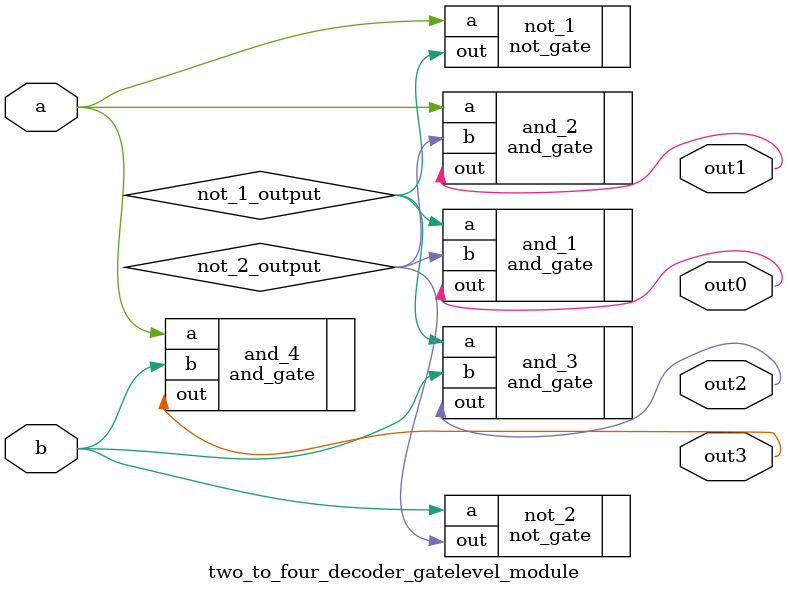
<source format=v>


module two_to_four_decoder_gatelevel_module (a, b, out0, out1, out2, out3);
	input a, b;

	output out0, out1, out2, out3;
	
	wire not_1_output, not_2_output;
	
	not_gate not_1(.a(a), .out(not_1_output));
	not_gate not_2(.a(b), .out(not_2_output));
	
	and_gate and_1(.a(not_1_output), .b(not_2_output), .out(out0));
	and_gate and_2(.a(a), .b(not_2_output), .out(out1));
	and_gate and_3(.a(not_1_output), .b(b), .out(out2));
	and_gate and_4(.a(a), .b(b), .out(out3));

endmodule


</source>
